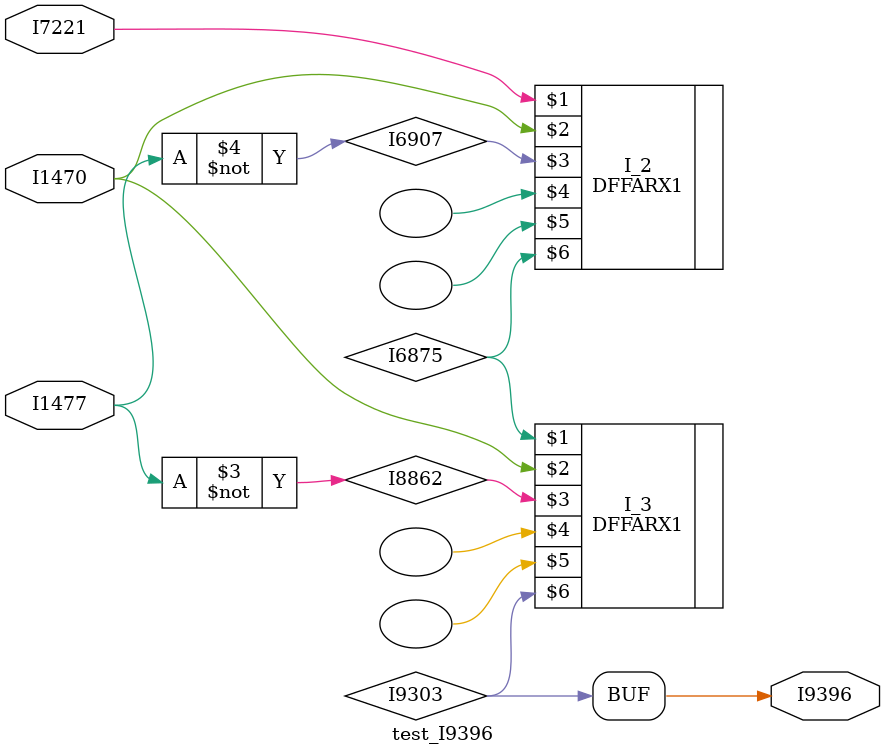
<source format=v>
module test_I9396(I1477,I1470,I7221,I9396);
input I1477,I1470,I7221;
output I9396;
wire I9320,I6875,I9303,I8862,I6907;
not I_0(I9320,I9303);
not I_1(I9396,I9320);
DFFARX1 I_2(I7221,I1470,I6907,,,I6875,);
DFFARX1 I_3(I6875,I1470,I8862,,,I9303,);
not I_4(I8862,I1477);
not I_5(I6907,I1477);
endmodule



</source>
